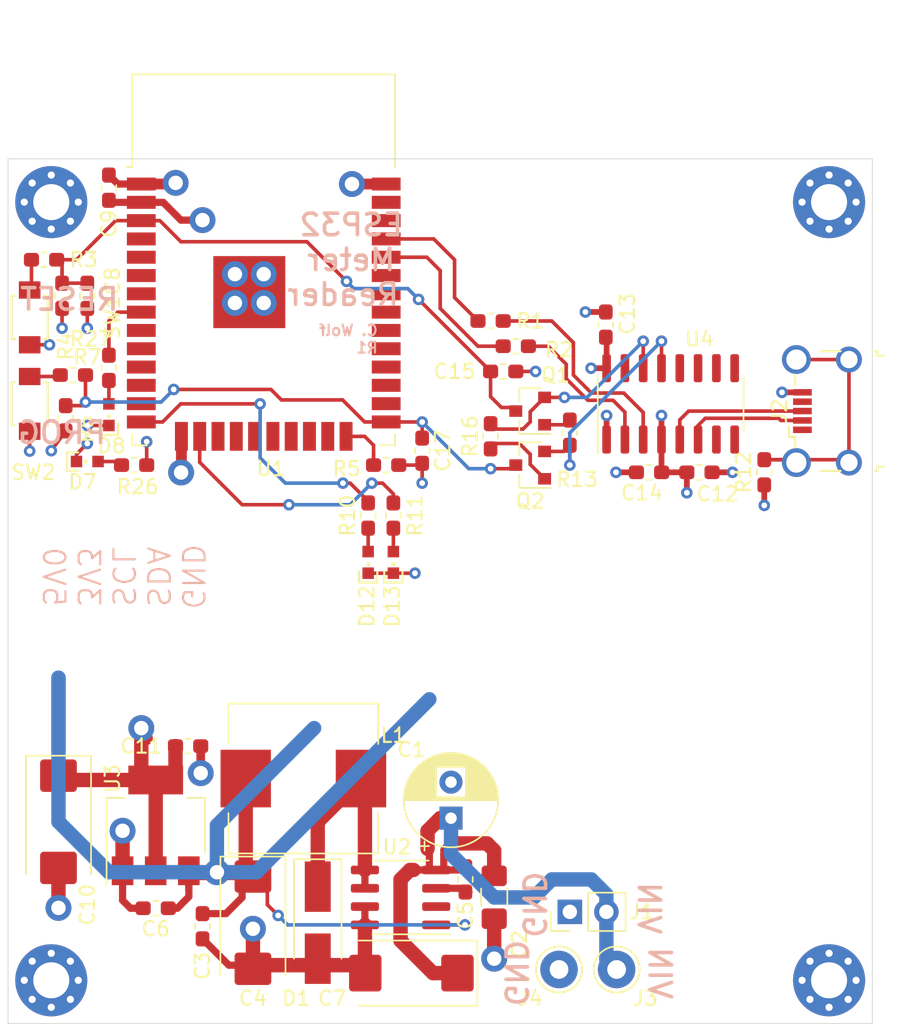
<source format=kicad_pcb>
(kicad_pcb (version 20171130) (host pcbnew "(5.1.6)-1")
  (layers (0 F.Cu signal) (1 In1.Cu signal hide) (2 In2.Cu signal hide) (31 B.Cu signal) (34 B.Paste user hide) (35 F.Paste user hide) (36 B.SilkS user) (37 F.SilkS user) (38 B.Mask user hide) (39 F.Mask user hide) (44 Edge.Cuts user))
  (net 0 "")
  (net 1 GND)
  (net 2 VCC)
  (net 3 +5V)
  (net 4 "Net-(C5-Pad2)")
  (net 5 /RESET)
  (net 6 +3V3)
  (net 7 "Net-(D1-Pad1)")
  (net 8 /TXD)
  (net 9 /RXD)
  (net 10 "Net-(J2-Pad2)")
  (net 11 "Net-(R1-Pad2)")
  (net 12 "Net-(R2-Pad2)")
  (net 13 "Net-(R3-Pad1)")
  (net 14 "Net-(R5-Pad2)")
  (net 15 /PROG)
  (net 16 "Net-(R7-Pad1)")
  (net 17 "Net-(U1-Pad32)")
  (net 18 "Net-(U1-Pad22)")
  (net 19 "Net-(U1-Pad21)")
  (net 20 "Net-(U1-Pad20)")
  (net 21 "Net-(U1-Pad19)")
  (net 22 "Net-(U1-Pad18)")
  (net 23 "Net-(U1-Pad17)")
  (net 24 "Net-(U1-Pad13)")
  (net 25 "Net-(U1-Pad9)")
  (net 26 "Net-(U1-Pad7)")
  (net 27 "Net-(U1-Pad6)")
  (net 28 "Net-(U1-Pad5)")
  (net 29 "Net-(U1-Pad4)")
  (net 30 "Net-(U2-Pad2)")
  (net 31 "Net-(J2-Pad3)")
  (net 32 "Net-(R10-Pad2)")
  (net 33 "Net-(R11-Pad2)")
  (net 34 "Net-(D7-Pad2)")
  (net 35 "Net-(D8-Pad2)")
  (net 36 "Net-(R27-Pad2)")
  (net 37 "Net-(U1-Pad37)")
  (net 38 "Net-(D12-Pad2)")
  (net 39 "Net-(D13-Pad2)")
  (net 40 "Net-(J2-Pad1)")
  (net 41 "Net-(J2-Pad4)")
  (net 42 "Net-(J2-Pad6)")
  (net 43 "Net-(Q1-Pad2)")
  (net 44 "Net-(Q1-Pad1)")
  (net 45 "Net-(Q2-Pad2)")
  (net 46 "Net-(Q2-Pad1)")
  (net 47 "Net-(U4-Pad15)")
  (net 48 "Net-(U4-Pad12)")
  (net 49 "Net-(U4-Pad11)")
  (net 50 "Net-(U4-Pad10)")
  (net 51 "Net-(U4-Pad9)")
  (net 52 "Net-(U4-Pad8)")
  (net 53 "Net-(U4-Pad7)")
  (net 54 "Net-(U1-Pad36)")
  (net 55 "Net-(U1-Pad33)")
  (net 56 "Net-(U1-Pad31)")
  (net 57 "Net-(U1-Pad30)")
  (net 58 "Net-(U1-Pad29)")
  (net 59 "Net-(U1-Pad28)")
  (net 60 "Net-(U1-Pad27)")
  (net 61 "Net-(U1-Pad26)")
  (net 62 "Net-(U1-Pad23)")
  (net 63 "Net-(U1-Pad12)")
  (net 64 "Net-(U1-Pad11)")
  (net 65 "Net-(U1-Pad10)")
  (module Capacitor_SMD:C_0603_1608Metric_Pad1.05x0.95mm_HandSolder (layer F.Cu) (at 28.75 20.25 270)
    (fp_text reference C17 (at 0 -1.43 90) (layer F.SilkS))
    (fp_text value DNP)
    (pad 2 smd roundrect (at 0.875 0 270) (size 1.05 0.95) (layers F.Cu F.Paste F.Mask) (net 1 GND))
    (pad 1 smd roundrect (at -0.875 0 270) (size 1.05 0.95) (layers F.Cu F.Paste F.Mask) (net 15 /PROG))
  )
  (module Capacitor_SMD:C_0603_1608Metric_Pad1.05x0.95mm_HandSolder (layer F.Cu) (at 34.375 14.75)
    (fp_text reference C15 (at -3.375 0) (layer F.SilkS))
    (fp_text value DNP)
    (pad 2 smd roundrect (at 0.875 0) (size 1.05 0.95) (layers F.Cu F.Paste F.Mask) (net 1 GND))
    (pad 1 smd roundrect (at -0.875 0) (size 1.05 0.95) (layers F.Cu F.Paste F.Mask) (net 5 /RESET))
  )
  (module Package_TO_SOT_SMD:SOT-23 (layer F.Cu) (at 36.25 21.25 180)
    (fp_text reference Q2 (at 0 -2.5) (layer F.SilkS))
    (fp_text value BC817)
    (pad 3 smd rect (at 1 0 180) (size 0.9 0.8) (layers F.Cu F.Paste F.Mask) (net 15 /PROG))
    (pad 2 smd rect (at -1 0.95 180) (size 0.9 0.8) (layers F.Cu F.Paste F.Mask) (net 45 "Net-(Q2-Pad2)"))
    (pad 1 smd rect (at -1 -0.95 180) (size 0.9 0.8) (layers F.Cu F.Paste F.Mask) (net 46 "Net-(Q2-Pad1)"))
  )
  (module Package_TO_SOT_SMD:SOT-23 (layer F.Cu) (at 36.25 17.5 180)
    (fp_text reference Q1 (at -1.75 2.5) (layer F.SilkS))
    (fp_text value BC817)
    (pad 3 smd rect (at 1 0 180) (size 0.9 0.8) (layers F.Cu F.Paste F.Mask) (net 5 /RESET))
    (pad 2 smd rect (at -1 0.95 180) (size 0.9 0.8) (layers F.Cu F.Paste F.Mask) (net 43 "Net-(Q1-Pad2)"))
    (pad 1 smd rect (at -1 -0.95 180) (size 0.9 0.8) (layers F.Cu F.Paste F.Mask) (net 44 "Net-(Q1-Pad1)"))
  )
  (module Package_SO:SOIC-16_3.9x9.9mm_P1.27mm (layer F.Cu) (at 46 17 90)
    (fp_text reference U4 (at 4.5 2 180) (layer F.SilkS))
    (fp_text value CH340C)
    (pad 16 smd roundrect (at 2.475 -4.445 90) (size 1.95 0.6) (layers F.Cu F.Paste F.Mask) (net 6 +3V3))
    (pad 15 smd roundrect (at 2.475 -3.175 90) (size 1.95 0.6) (layers F.Cu F.Paste F.Mask) (net 47 "Net-(U4-Pad15)"))
    (pad 14 smd roundrect (at 2.475 -1.905 90) (size 1.95 0.6) (layers F.Cu F.Paste F.Mask) (net 43 "Net-(Q1-Pad2)"))
    (pad 13 smd roundrect (at 2.475 -0.635 90) (size 1.95 0.6) (layers F.Cu F.Paste F.Mask) (net 45 "Net-(Q2-Pad2)"))
    (pad 12 smd roundrect (at 2.475 0.635 90) (size 1.95 0.6) (layers F.Cu F.Paste F.Mask) (net 48 "Net-(U4-Pad12)"))
    (pad 11 smd roundrect (at 2.475 1.905 90) (size 1.95 0.6) (layers F.Cu F.Paste F.Mask) (net 49 "Net-(U4-Pad11)"))
    (pad 10 smd roundrect (at 2.475 3.175 90) (size 1.95 0.6) (layers F.Cu F.Paste F.Mask) (net 50 "Net-(U4-Pad10)"))
    (pad 9 smd roundrect (at 2.475 4.445 90) (size 1.95 0.6) (layers F.Cu F.Paste F.Mask) (net 51 "Net-(U4-Pad9)"))
    (pad 8 smd roundrect (at -2.475 4.445 90) (size 1.95 0.6) (layers F.Cu F.Paste F.Mask) (net 52 "Net-(U4-Pad8)"))
    (pad 7 smd roundrect (at -2.475 3.175 90) (size 1.95 0.6) (layers F.Cu F.Paste F.Mask) (net 53 "Net-(U4-Pad7)"))
    (pad 6 smd roundrect (at -2.475 1.905 90) (size 1.95 0.6) (layers F.Cu F.Paste F.Mask) (net 10 "Net-(J2-Pad2)"))
    (pad 5 smd roundrect (at -2.475 0.635 90) (size 1.95 0.6) (layers F.Cu F.Paste F.Mask) (net 31 "Net-(J2-Pad3)"))
    (pad 4 smd roundrect (at -2.475 -0.635 90) (size 1.95 0.6) (layers F.Cu F.Paste F.Mask) (net 6 +3V3))
    (pad 3 smd roundrect (at -2.475 -1.905 90) (size 1.95 0.6) (layers F.Cu F.Paste F.Mask) (net 8 /TXD))
    (pad 2 smd roundrect (at -2.475 -3.175 90) (size 1.95 0.6) (layers F.Cu F.Paste F.Mask) (net 9 /RXD))
    (pad 1 smd roundrect (at -2.475 -4.445 90) (size 1.95 0.6) (layers F.Cu F.Paste F.Mask) (net 1 GND))
  )
  (module Resistor_SMD:R_0603_1608Metric_Pad1.05x0.95mm_HandSolder (layer F.Cu) (at 33.5 19.25 90)
    (fp_text reference R16 (at 0 -1.43 90) (layer F.SilkS))
    (fp_text value 10K)
    (pad 2 smd roundrect (at 0.875 0 90) (size 1.05 0.95) (layers F.Cu F.Paste F.Mask) (net 43 "Net-(Q1-Pad2)"))
    (pad 1 smd roundrect (at -0.875 0 90) (size 1.05 0.95) (layers F.Cu F.Paste F.Mask) (net 46 "Net-(Q2-Pad1)"))
  )
  (module Resistor_SMD:R_0603_1608Metric_Pad1.05x0.95mm_HandSolder (layer F.Cu) (at 39 19 270)
    (fp_text reference R13 (at 3.25 -0.5 180) (layer F.SilkS))
    (fp_text value 10K)
    (pad 2 smd roundrect (at 0.875 0 270) (size 1.05 0.95) (layers F.Cu F.Paste F.Mask) (net 45 "Net-(Q2-Pad2)"))
    (pad 1 smd roundrect (at -0.875 0 270) (size 1.05 0.95) (layers F.Cu F.Paste F.Mask) (net 44 "Net-(Q1-Pad1)"))
  )
  (module Resistor_SMD:R_0603_1608Metric_Pad1.05x0.95mm_HandSolder (layer F.Cu) (at 52.5 21.75 90)
    (fp_text reference R12 (at 0 -1.43 90) (layer F.SilkS))
    (fp_text value 100R)
    (pad 2 smd roundrect (at 0.875 0 90) (size 1.05 0.95) (layers F.Cu F.Paste F.Mask) (net 42 "Net-(J2-Pad6)"))
    (pad 1 smd roundrect (at -0.875 0 90) (size 1.05 0.95) (layers F.Cu F.Paste F.Mask) (net 1 GND))
  )
  (module custom:USB_Micro-B_XKB_U254-051N-4BH806 (layer F.Cu) (at 56.25 17.5 90)
    (fp_text reference J2 (at 0 -2.7 90) (layer F.SilkS))
    (fp_text value USB_B_Micro)
    (pad 1 smd rect (at -1.3 -1.1 90) (size 0.45 1.3) (layers F.Cu F.Paste F.Mask) (net 40 "Net-(J2-Pad1)"))
    (pad 2 smd rect (at -0.65 -1.1 90) (size 0.45 1.3) (layers F.Cu F.Paste F.Mask) (net 10 "Net-(J2-Pad2)"))
    (pad 3 smd rect (at 0 -1.1 90) (size 0.45 1.3) (layers F.Cu F.Paste F.Mask) (net 31 "Net-(J2-Pad3)"))
    (pad 4 smd rect (at 0.65 -1.1 90) (size 0.45 1.3) (layers F.Cu F.Paste F.Mask) (net 41 "Net-(J2-Pad4)"))
    (pad 5 smd rect (at 1.3 -1.1 90) (size 0.45 1.3) (layers F.Cu F.Paste F.Mask) (net 1 GND))
    (pad 6 thru_hole circle (at -3.575 -1.52 90) (size 2 2) (drill 1.4) (layers *.Cu *.Mask) (net 42 "Net-(J2-Pad6)"))
    (pad 6 thru_hole circle (at 3.575 -1.52 90) (size 2 2) (drill 1.4) (layers *.Cu *.Mask) (net 42 "Net-(J2-Pad6)"))
    (pad 6 thru_hole circle (at -3.575 2.13 90) (size 1.8 1.8) (drill 1.2) (layers *.Cu *.Mask) (net 42 "Net-(J2-Pad6)"))
    (pad 6 thru_hole circle (at 3.575 2.13 90) (size 1.8 1.8) (drill 1.2) (layers *.Cu *.Mask) (net 42 "Net-(J2-Pad6)"))
    (pad "" np_thru_hole circle (at -2 0 90) (size 0.8 0.8) (drill 0.8) (layers *.Cu *.Mask))
    (pad "" np_thru_hole circle (at 2 0 90) (size 0.8 0.8) (drill 0.8) (layers *.Cu *.Mask))
  )
  (module Capacitor_SMD:C_0603_1608Metric_Pad1.05x0.95mm_HandSolder (layer F.Cu) (at 44.5 21.75 180)
    (fp_text reference C14 (at 0.5 -1.43) (layer F.SilkS))
    (fp_text value "10 uF")
    (pad 2 smd roundrect (at 0.875 0 180) (size 1.05 0.95) (layers F.Cu F.Paste F.Mask) (net 1 GND))
    (pad 1 smd roundrect (at -0.875 0 180) (size 1.05 0.95) (layers F.Cu F.Paste F.Mask) (net 6 +3V3))
  )
  (module Capacitor_SMD:C_0603_1608Metric_Pad1.05x0.95mm_HandSolder (layer F.Cu) (at 41.5 11.5 90)
    (fp_text reference C13 (at 0.75 1.5 90) (layer F.SilkS))
    (fp_text value "0.1 uF")
    (pad 2 smd roundrect (at 0.875 0 90) (size 1.05 0.95) (layers F.Cu F.Paste F.Mask) (net 1 GND))
    (pad 1 smd roundrect (at -0.875 0 90) (size 1.05 0.95) (layers F.Cu F.Paste F.Mask) (net 6 +3V3))
  )
  (module Capacitor_SMD:C_0603_1608Metric_Pad1.05x0.95mm_HandSolder (layer F.Cu) (at 48 21.75)
    (fp_text reference C12 (at 1.25 1.5) (layer F.SilkS))
    (fp_text value "0.1 uF")
    (pad 2 smd roundrect (at 0.875 0) (size 1.05 0.95) (layers F.Cu F.Paste F.Mask) (net 1 GND))
    (pad 1 smd roundrect (at -0.875 0) (size 1.05 0.95) (layers F.Cu F.Paste F.Mask) (net 6 +3V3))
  )
  (module Connector_PinHeader_2.54mm:PinHeader_1x02_P2.54mm_Vertical (layer F.Cu) (at 39 52.25 90)
    (fp_text reference J1 (at 0 5 180) (layer F.SilkS))
    (fp_text value Conn_01x02)
    (pad 2 thru_hole oval (at 0 2.54 90) (size 1.7 1.7) (drill 1) (layers *.Cu *.Mask) (net 2 VCC))
    (pad 1 thru_hole rect (at 0 0 90) (size 1.7 1.7) (drill 1) (layers *.Cu *.Mask) (net 1 GND))
  )
  (module Inductor_SMD:L_Wuerth_HCI-1040 (layer F.Cu) (at 20.5 43 180)
    (fp_text reference L1 (at -6.25 3 180) (layer F.SilkS))
    (fp_text value 47uH/3A)
    (pad 2 smd rect (at 4 0 180) (size 3.5 4) (layers F.Cu F.Paste F.Mask) (net 3 +5V))
    (pad 1 smd rect (at -4 0 180) (size 3.5 4) (layers F.Cu F.Paste F.Mask) (net 7 "Net-(D1-Pad1)"))
  )
  (module RF_Module:ESP32-WROOM-32 (layer F.Cu) (at 17.75 10)
    (fp_text reference U1 (at 0.5 11.5 180) (layer F.SilkS))
    (fp_text value ESP32-WROOM-32D)
    (pad 38 smd rect (at 8.5 -8.255) (size 2 0.9) (layers F.Cu F.Paste F.Mask) (net 1 GND))
    (pad 37 smd rect (at 8.5 -6.985) (size 2 0.9) (layers F.Cu F.Paste F.Mask) (net 37 "Net-(U1-Pad37)"))
    (pad 36 smd rect (at 8.5 -5.715) (size 2 0.9) (layers F.Cu F.Paste F.Mask) (net 54 "Net-(U1-Pad36)"))
    (pad 35 smd rect (at 8.5 -4.445) (size 2 0.9) (layers F.Cu F.Paste F.Mask) (net 11 "Net-(R1-Pad2)"))
    (pad 34 smd rect (at 8.5 -3.175) (size 2 0.9) (layers F.Cu F.Paste F.Mask) (net 12 "Net-(R2-Pad2)"))
    (pad 33 smd rect (at 8.5 -1.905) (size 2 0.9) (layers F.Cu F.Paste F.Mask) (net 55 "Net-(U1-Pad33)"))
    (pad 32 smd rect (at 8.5 -0.635) (size 2 0.9) (layers F.Cu F.Paste F.Mask) (net 17 "Net-(U1-Pad32)"))
    (pad 31 smd rect (at 8.5 0.635) (size 2 0.9) (layers F.Cu F.Paste F.Mask) (net 56 "Net-(U1-Pad31)"))
    (pad 30 smd rect (at 8.5 1.905) (size 2 0.9) (layers F.Cu F.Paste F.Mask) (net 57 "Net-(U1-Pad30)"))
    (pad 29 smd rect (at 8.5 3.175) (size 2 0.9) (layers F.Cu F.Paste F.Mask) (net 58 "Net-(U1-Pad29)"))
    (pad 28 smd rect (at 8.5 4.445) (size 2 0.9) (layers F.Cu F.Paste F.Mask) (net 59 "Net-(U1-Pad28)"))
    (pad 27 smd rect (at 8.5 5.715) (size 2 0.9) (layers F.Cu F.Paste F.Mask) (net 60 "Net-(U1-Pad27)"))
    (pad 26 smd rect (at 8.5 6.985) (size 2 0.9) (layers F.Cu F.Paste F.Mask) (net 61 "Net-(U1-Pad26)"))
    (pad 25 smd rect (at 8.5 8.255) (size 2 0.9) (layers F.Cu F.Paste F.Mask) (net 15 /PROG))
    (pad 24 smd rect (at 5.715 9.255 90) (size 2 0.9) (layers F.Cu F.Paste F.Mask) (net 14 "Net-(R5-Pad2)"))
    (pad 23 smd rect (at 4.445 9.255 90) (size 2 0.9) (layers F.Cu F.Paste F.Mask) (net 62 "Net-(U1-Pad23)"))
    (pad 22 smd rect (at 3.175 9.255 90) (size 2 0.9) (layers F.Cu F.Paste F.Mask) (net 18 "Net-(U1-Pad22)"))
    (pad 21 smd rect (at 1.905 9.255 90) (size 2 0.9) (layers F.Cu F.Paste F.Mask) (net 19 "Net-(U1-Pad21)"))
    (pad 20 smd rect (at 0.635 9.255 90) (size 2 0.9) (layers F.Cu F.Paste F.Mask) (net 20 "Net-(U1-Pad20)"))
    (pad 19 smd rect (at -0.635 9.255 90) (size 2 0.9) (layers F.Cu F.Paste F.Mask) (net 21 "Net-(U1-Pad19)"))
    (pad 18 smd rect (at -1.905 9.255 90) (size 2 0.9) (layers F.Cu F.Paste F.Mask) (net 22 "Net-(U1-Pad18)"))
    (pad 17 smd rect (at -3.175 9.255 90) (size 2 0.9) (layers F.Cu F.Paste F.Mask) (net 23 "Net-(U1-Pad17)"))
    (pad 16 smd rect (at -4.445 9.255 90) (size 2 0.9) (layers F.Cu F.Paste F.Mask) (net 33 "Net-(R11-Pad2)"))
    (pad 15 smd rect (at -5.715 9.255 90) (size 2 0.9) (layers F.Cu F.Paste F.Mask) (net 1 GND))
    (pad 14 smd rect (at -8.5 8.255) (size 2 0.9) (layers F.Cu F.Paste F.Mask) (net 32 "Net-(R10-Pad2)"))
    (pad 13 smd rect (at -8.5 6.985) (size 2 0.9) (layers F.Cu F.Paste F.Mask) (net 24 "Net-(U1-Pad13)"))
    (pad 12 smd rect (at -8.5 5.715) (size 2 0.9) (layers F.Cu F.Paste F.Mask) (net 63 "Net-(U1-Pad12)"))
    (pad 11 smd rect (at -8.5 4.445) (size 2 0.9) (layers F.Cu F.Paste F.Mask) (net 64 "Net-(U1-Pad11)"))
    (pad 10 smd rect (at -8.5 3.175) (size 2 0.9) (layers F.Cu F.Paste F.Mask) (net 65 "Net-(U1-Pad10)"))
    (pad 9 smd rect (at -8.5 1.905) (size 2 0.9) (layers F.Cu F.Paste F.Mask) (net 25 "Net-(U1-Pad9)"))
    (pad 8 smd rect (at -8.5 0.635) (size 2 0.9) (layers F.Cu F.Paste F.Mask) (net 36 "Net-(R27-Pad2)"))
    (pad 7 smd rect (at -8.5 -0.635) (size 2 0.9) (layers F.Cu F.Paste F.Mask) (net 26 "Net-(U1-Pad7)"))
    (pad 6 smd rect (at -8.5 -1.905) (size 2 0.9) (layers F.Cu F.Paste F.Mask) (net 27 "Net-(U1-Pad6)"))
    (pad 5 smd rect (at -8.5 -3.175) (size 2 0.9) (layers F.Cu F.Paste F.Mask) (net 28 "Net-(U1-Pad5)"))
    (pad 4 smd rect (at -8.5 -4.445) (size 2 0.9) (layers F.Cu F.Paste F.Mask) (net 29 "Net-(U1-Pad4)"))
    (pad 3 smd rect (at -8.5 -5.715) (size 2 0.9) (layers F.Cu F.Paste F.Mask) (net 5 /RESET))
    (pad 2 smd rect (at -8.5 -6.985) (size 2 0.9) (layers F.Cu F.Paste F.Mask) (net 6 +3V3))
    (pad 1 smd rect (at -8.5 -8.255) (size 2 0.9) (layers F.Cu F.Paste F.Mask) (net 1 GND))
    (pad 39 smd rect (at -1 -0.755) (size 5 5) (layers F.Cu F.Paste F.Mask) (net 1 GND))
  )
  (module Diode_SMD:D_SMA_Handsoldering (layer F.Cu) (at 21.5 53 270)
    (fp_text reference D1 (at 5.25 1.5) (layer F.SilkS))
    (fp_text value SS36)
    (pad 2 smd rect (at 2.5 0 270) (size 3.5 1.8) (layers F.Cu F.Paste F.Mask) (net 1 GND))
    (pad 1 smd rect (at -2.5 0 270) (size 3.5 1.8) (layers F.Cu F.Paste F.Mask) (net 7 "Net-(D1-Pad1)"))
  )
  (module Connector_Pin:Pin_D1.3mm_L11.0mm (layer F.Cu) (at 38.25 56.25)
    (fp_text reference J4 (at -2 2) (layer F.SilkS))
    (fp_text value Conn_01x01)
    (pad 1 thru_hole circle (at 0 0) (size 2.6 2.6) (drill 1.3) (layers *.Cu *.Mask) (net 1 GND))
  )
  (module Resistor_SMD:R_0603_1608Metric_Pad1.05x0.95mm_HandSolder (layer F.Cu) (at 2.5 7)
    (fp_text reference R3 (at 2.75 0) (layer F.SilkS))
    (fp_text value 470R)
    (pad 2 smd roundrect (at 0.875 0) (size 1.05 0.95) (layers F.Cu F.Paste F.Mask) (net 5 /RESET))
    (pad 1 smd roundrect (at -0.875 0) (size 1.05 0.95) (layers F.Cu F.Paste F.Mask) (net 13 "Net-(R3-Pad1)"))
  )
  (module Resistor_SMD:R_0603_1608Metric_Pad1.05x0.95mm_HandSolder (layer F.Cu) (at 4.5 15)
    (fp_text reference R7 (at 1 -1.25) (layer F.SilkS))
    (fp_text value 470R)
    (pad 2 smd roundrect (at 0.875 0) (size 1.05 0.95) (layers F.Cu F.Paste F.Mask) (net 15 /PROG))
    (pad 1 smd roundrect (at -0.875 0) (size 1.05 0.95) (layers F.Cu F.Paste F.Mask) (net 16 "Net-(R7-Pad1)"))
  )
  (module Capacitor_SMD:C_0603_1608Metric_Pad1.05x0.95mm_HandSolder (layer F.Cu) (at 31.75 50 270)
    (fp_text reference C5 (at 2.5 0 90) (layer F.SilkS))
    (fp_text value "1 uF")
    (pad 2 smd roundrect (at 0.875 0 270) (size 1.05 0.95) (layers F.Cu F.Paste F.Mask) (net 4 "Net-(C5-Pad2)"))
    (pad 1 smd roundrect (at -0.875 0 270) (size 1.05 0.95) (layers F.Cu F.Paste F.Mask) (net 2 VCC))
  )
  (module Capacitor_SMD:C_0603_1608Metric_Pad1.05x0.95mm_HandSolder (layer F.Cu) (at 10.25 52 180)
    (fp_text reference C6 (at 0 -1.43) (layer F.SilkS))
    (fp_text value "1 uF")
    (pad 2 smd roundrect (at 0.875 0 180) (size 1.05 0.95) (layers F.Cu F.Paste F.Mask) (net 1 GND))
    (pad 1 smd roundrect (at -0.875 0 180) (size 1.05 0.95) (layers F.Cu F.Paste F.Mask) (net 3 +5V))
  )
  (module Resistor_SMD:R_0603_1608Metric_Pad1.05x0.95mm_HandSolder (layer F.Cu) (at 7 14.5 90)
    (fp_text reference R27 (at 2 -1.25 180) (layer F.SilkS))
    (fp_text value 1K)
    (pad 2 smd roundrect (at 0.875 0 90) (size 1.05 0.95) (layers F.Cu F.Paste F.Mask) (net 36 "Net-(R27-Pad2)"))
    (pad 1 smd roundrect (at -0.875 0 90) (size 1.05 0.95) (layers F.Cu F.Paste F.Mask) (net 35 "Net-(D8-Pad2)"))
  )
  (module Package_TO_SOT_SMD:SOT-223-3_TabPin2 (layer F.Cu) (at 10.25 46.25 90)
    (fp_text reference U3 (at 3.25 -3 90) (layer F.SilkS))
    (fp_text value AMS1117-3.3)
    (pad 1 smd rect (at -3.15 -2.3 90) (size 2 1.5) (layers F.Cu F.Paste F.Mask) (net 1 GND))
    (pad 3 smd rect (at -3.15 2.3 90) (size 2 1.5) (layers F.Cu F.Paste F.Mask) (net 3 +5V))
    (pad 2 smd rect (at -3.15 0 90) (size 2 1.5) (layers F.Cu F.Paste F.Mask) (net 6 +3V3))
    (pad 2 smd rect (at 3.15 0 90) (size 2 3.8) (layers F.Cu F.Paste F.Mask) (net 6 +3V3))
  )
  (module Capacitor_SMD:C_0603_1608Metric_Pad1.05x0.95mm_HandSolder (layer F.Cu) (at 5.5 9.5 270)
    (fp_text reference C8 (at -1 -1.75 90) (layer F.SilkS))
    (fp_text value "0.1 uF")
    (pad 2 smd roundrect (at 0.875 0 270) (size 1.05 0.95) (layers F.Cu F.Paste F.Mask) (net 1 GND))
    (pad 1 smd roundrect (at -0.875 0 270) (size 1.05 0.95) (layers F.Cu F.Paste F.Mask) (net 5 /RESET))
  )
  (module Capacitor_SMD:C_0603_1608Metric_Pad1.05x0.95mm_HandSolder (layer F.Cu) (at 7 2 90)
    (fp_text reference C9 (at -2.5 0 90) (layer F.SilkS))
    (fp_text value "1 uF")
    (pad 2 smd roundrect (at 0.875 0 90) (size 1.05 0.95) (layers F.Cu F.Paste F.Mask) (net 1 GND))
    (pad 1 smd roundrect (at -0.875 0 90) (size 1.05 0.95) (layers F.Cu F.Paste F.Mask) (net 6 +3V3))
  )
  (module Capacitor_Tantalum_SMD:CP_EIA-7343-20_Kemet-V_Pad2.25x2.55mm_HandSolder (layer F.Cu) (at 3.5 46 270)
    (fp_text reference C10 (at 5.75 -2 90) (layer F.SilkS))
    (fp_text value 100uF)
    (pad 2 smd roundrect (at 3.2 0 270) (size 2.25 2.55) (layers F.Cu F.Paste F.Mask) (roundrect_rratio 0.111111) (net 1 GND))
    (pad 1 smd roundrect (at -3.2 0 270) (size 2.25 2.55) (layers F.Cu F.Paste F.Mask) (roundrect_rratio 0.111111) (net 6 +3V3))
  )
  (module Capacitor_Tantalum_SMD:CP_EIA-7343-20_Kemet-V_Pad2.25x2.55mm_HandSolder (layer F.Cu) (at 28 56.5 180)
    (fp_text reference C7 (at 5.5 -1.75) (layer F.SilkS))
    (fp_text value 47uF)
    (pad 2 smd roundrect (at 3.2 0 180) (size 2.25 2.55) (layers F.Cu F.Paste F.Mask) (roundrect_rratio 0.111111) (net 1 GND))
    (pad 1 smd roundrect (at -3.2 0 180) (size 2.25 2.55) (layers F.Cu F.Paste F.Mask) (roundrect_rratio 0.111111) (net 2 VCC))
  )
  (module Resistor_SMD:R_0603_1608Metric_Pad1.05x0.95mm_HandSolder (layer F.Cu) (at 8.75 21.25)
    (fp_text reference R26 (at 0.25 1.5) (layer F.SilkS))
    (fp_text value 1K)
    (pad 2 smd roundrect (at 0.875 0) (size 1.05 0.95) (layers F.Cu F.Paste F.Mask) (net 6 +3V3))
    (pad 1 smd roundrect (at -0.875 0) (size 1.05 0.95) (layers F.Cu F.Paste F.Mask) (net 34 "Net-(D7-Pad2)"))
  )
  (module Capacitor_Tantalum_SMD:CP_EIA-7343-20_Kemet-V_Pad2.25x2.55mm_HandSolder (layer F.Cu) (at 17 53 270)
    (fp_text reference C4 (at 5.25 0 180) (layer F.SilkS))
    (fp_text value 100uF)
    (pad 2 smd roundrect (at 3.2 0 270) (size 2.25 2.55) (layers F.Cu F.Paste F.Mask) (roundrect_rratio 0.111111) (net 1 GND))
    (pad 1 smd roundrect (at -3.2 0 270) (size 2.25 2.55) (layers F.Cu F.Paste F.Mask) (roundrect_rratio 0.111111) (net 3 +5V))
  )
  (module custom:K2-1823SA-A4DW-06 (layer F.Cu) (at 1.5 17 270)
    (fp_text reference SW2 (at 4.75 -0.25 180) (layer F.SilkS))
    (fp_text value SW_Push)
    (pad 2 smd rect (at 1.9 0 270) (size 1.2 1.5) (layers F.Cu F.Paste F.Mask) (net 1 GND))
    (pad 1 smd rect (at -1.9 0 270) (size 1.2 1.5) (layers F.Cu F.Paste F.Mask) (net 16 "Net-(R7-Pad1)"))
    (pad "" np_thru_hole circle (at 0 0 270) (size 0.7 0.7) (drill 0.7) (layers *.Cu *.Mask))
  )
  (module MountingHole:MountingHole_2.5mm_Pad_Via (layer F.Cu) (at 3 57)
    (fp_text reference H2 hide)
    (fp_text value MountingHole)
    (pad 1 thru_hole circle (at 1.325825 -1.325825) (size 0.8 0.8) (drill 0.5) (layers *.Cu *.Mask))
    (pad 1 thru_hole circle (at 0 -1.875) (size 0.8 0.8) (drill 0.5) (layers *.Cu *.Mask))
    (pad 1 thru_hole circle (at -1.325825 -1.325825) (size 0.8 0.8) (drill 0.5) (layers *.Cu *.Mask))
    (pad 1 thru_hole circle (at -1.875 0) (size 0.8 0.8) (drill 0.5) (layers *.Cu *.Mask))
    (pad 1 thru_hole circle (at -1.325825 1.325825) (size 0.8 0.8) (drill 0.5) (layers *.Cu *.Mask))
    (pad 1 thru_hole circle (at 0 1.875) (size 0.8 0.8) (drill 0.5) (layers *.Cu *.Mask))
    (pad 1 thru_hole circle (at 1.325825 1.325825) (size 0.8 0.8) (drill 0.5) (layers *.Cu *.Mask))
    (pad 1 thru_hole circle (at 1.875 0) (size 0.8 0.8) (drill 0.5) (layers *.Cu *.Mask))
    (pad 1 thru_hole circle (at 0 0) (size 5 5) (drill 2.5) (layers *.Cu *.Mask))
  )
  (module Package_SO:SOIC-8_3.9x4.9mm_P1.27mm (layer F.Cu) (at 27.25 51.25 180)
    (fp_text reference U2 (at 0.25 3.5) (layer F.SilkS))
    (fp_text value XL2001)
    (pad 8 smd roundrect (at 2.475 -1.905 180) (size 1.95 0.6) (layers F.Cu F.Paste F.Mask) (net 1 GND))
    (pad 7 smd roundrect (at 2.475 -0.635 180) (size 1.95 0.6) (layers F.Cu F.Paste F.Mask) (net 1 GND))
    (pad 6 smd roundrect (at 2.475 0.635 180) (size 1.95 0.6) (layers F.Cu F.Paste F.Mask) (net 7 "Net-(D1-Pad1)"))
    (pad 5 smd roundrect (at 2.475 1.905 180) (size 1.95 0.6) (layers F.Cu F.Paste F.Mask) (net 7 "Net-(D1-Pad1)"))
    (pad 4 smd roundrect (at -2.475 1.905 180) (size 1.95 0.6) (layers F.Cu F.Paste F.Mask) (net 2 VCC))
    (pad 3 smd roundrect (at -2.475 0.635 180) (size 1.95 0.6) (layers F.Cu F.Paste F.Mask) (net 4 "Net-(C5-Pad2)"))
    (pad 2 smd roundrect (at -2.475 -0.635 180) (size 1.95 0.6) (layers F.Cu F.Paste F.Mask) (net 30 "Net-(U2-Pad2)"))
    (pad 1 smd roundrect (at -2.475 -1.905 180) (size 1.95 0.6) (layers F.Cu F.Paste F.Mask) (net 3 +5V))
  )
  (module MountingHole:MountingHole_2.5mm_Pad_Via (layer F.Cu) (at 3 3)
    (fp_text reference H1 hide)
    (fp_text value MountingHole)
    (pad 1 thru_hole circle (at 1.325825 -1.325825) (size 0.8 0.8) (drill 0.5) (layers *.Cu *.Mask))
    (pad 1 thru_hole circle (at 0 -1.875) (size 0.8 0.8) (drill 0.5) (layers *.Cu *.Mask))
    (pad 1 thru_hole circle (at -1.325825 -1.325825) (size 0.8 0.8) (drill 0.5) (layers *.Cu *.Mask))
    (pad 1 thru_hole circle (at -1.875 0) (size 0.8 0.8) (drill 0.5) (layers *.Cu *.Mask))
    (pad 1 thru_hole circle (at -1.325825 1.325825) (size 0.8 0.8) (drill 0.5) (layers *.Cu *.Mask))
    (pad 1 thru_hole circle (at 0 1.875) (size 0.8 0.8) (drill 0.5) (layers *.Cu *.Mask))
    (pad 1 thru_hole circle (at 1.325825 1.325825) (size 0.8 0.8) (drill 0.5) (layers *.Cu *.Mask))
    (pad 1 thru_hole circle (at 1.875 0) (size 0.8 0.8) (drill 0.5) (layers *.Cu *.Mask))
    (pad 1 thru_hole circle (at 0 0) (size 5 5) (drill 2.5) (layers *.Cu *.Mask))
  )
  (module Capacitor_THT:CP_Radial_D6.3mm_P2.50mm (layer F.Cu) (at 30.75 45.75 90)
    (fp_text reference C1 (at 4.75 -2.75 180) (layer F.SilkS))
    (fp_text value 47uF)
    (pad 2 thru_hole circle (at 2.5 0 90) (size 1.6 1.6) (drill 0.8) (layers *.Cu *.Mask) (net 1 GND))
    (pad 1 thru_hole rect (at 0 0 90) (size 1.6 1.6) (drill 0.8) (layers *.Cu *.Mask) (net 2 VCC))
  )
  (module custom:CHIPLED_0603 (layer F.Cu) (at 5.5 21 90)
    (fp_text reference D7 (at -2 0.75 180) (layer F.SilkS) (effects (justify right bottom)))
    (fp_text value LED hide)
    (pad 2 smd rect (at 0 0.75 90) (size 0.8 0.8) (layers F.Cu F.Paste F.Mask) (net 34 "Net-(D7-Pad2)"))
    (pad 1 smd rect (at 0 -0.75 90) (size 0.8 0.8) (layers F.Cu F.Paste F.Mask) (net 1 GND))
  )
  (module Resistor_SMD:R_0603_1608Metric_Pad1.05x0.95mm_HandSolder (layer F.Cu) (at 26.25 21.25 180)
    (fp_text reference R5 (at 2.75 -0.25) (layer F.SilkS))
    (fp_text value 4.7K)
    (pad 2 smd roundrect (at 0.875 0 180) (size 1.05 0.95) (layers F.Cu F.Paste F.Mask) (net 14 "Net-(R5-Pad2)"))
    (pad 1 smd roundrect (at -0.875 0 180) (size 1.05 0.95) (layers F.Cu F.Paste F.Mask) (net 1 GND))
  )
  (module Resistor_SMD:R_0603_1608Metric_Pad1.05x0.95mm_HandSolder (layer F.Cu) (at 35.25 13 180)
    (fp_text reference R2 (at -3 -0.25) (layer F.SilkS))
    (fp_text value 470R)
    (pad 2 smd roundrect (at 0.875 0 180) (size 1.05 0.95) (layers F.Cu F.Paste F.Mask) (net 12 "Net-(R2-Pad2)"))
    (pad 1 smd roundrect (at -0.875 0 180) (size 1.05 0.95) (layers F.Cu F.Paste F.Mask) (net 9 /RXD))
  )
  (module MountingHole:MountingHole_2.5mm_Pad_Via (layer F.Cu) (at 57 3)
    (fp_text reference H3 hide)
    (fp_text value MountingHole)
    (pad 1 thru_hole circle (at 1.325825 -1.325825) (size 0.8 0.8) (drill 0.5) (layers *.Cu *.Mask))
    (pad 1 thru_hole circle (at 0 -1.875) (size 0.8 0.8) (drill 0.5) (layers *.Cu *.Mask))
    (pad 1 thru_hole circle (at -1.325825 -1.325825) (size 0.8 0.8) (drill 0.5) (layers *.Cu *.Mask))
    (pad 1 thru_hole circle (at -1.875 0) (size 0.8 0.8) (drill 0.5) (layers *.Cu *.Mask))
    (pad 1 thru_hole circle (at -1.325825 1.325825) (size 0.8 0.8) (drill 0.5) (layers *.Cu *.Mask))
    (pad 1 thru_hole circle (at 0 1.875) (size 0.8 0.8) (drill 0.5) (layers *.Cu *.Mask))
    (pad 1 thru_hole circle (at 1.325825 1.325825) (size 0.8 0.8) (drill 0.5) (layers *.Cu *.Mask))
    (pad 1 thru_hole circle (at 1.875 0) (size 0.8 0.8) (drill 0.5) (layers *.Cu *.Mask))
    (pad 1 thru_hole circle (at 0 0) (size 5 5) (drill 2.5) (layers *.Cu *.Mask))
  )
  (module MountingHole:MountingHole_2.5mm_Pad_Via (layer F.Cu) (at 57 57)
    (fp_text reference H4 hide)
    (fp_text value MountingHole)
    (pad 1 thru_hole circle (at 1.325825 -1.325825) (size 0.8 0.8) (drill 0.5) (layers *.Cu *.Mask))
    (pad 1 thru_hole circle (at 0 -1.875) (size 0.8 0.8) (drill 0.5) (layers *.Cu *.Mask))
    (pad 1 thru_hole circle (at -1.325825 -1.325825) (size 0.8 0.8) (drill 0.5) (layers *.Cu *.Mask))
    (pad 1 thru_hole circle (at -1.875 0) (size 0.8 0.8) (drill 0.5) (layers *.Cu *.Mask))
    (pad 1 thru_hole circle (at -1.325825 1.325825) (size 0.8 0.8) (drill 0.5) (layers *.Cu *.Mask))
    (pad 1 thru_hole circle (at 0 1.875) (size 0.8 0.8) (drill 0.5) (layers *.Cu *.Mask))
    (pad 1 thru_hole circle (at 1.325825 1.325825) (size 0.8 0.8) (drill 0.5) (layers *.Cu *.Mask))
    (pad 1 thru_hole circle (at 1.875 0) (size 0.8 0.8) (drill 0.5) (layers *.Cu *.Mask))
    (pad 1 thru_hole circle (at 0 0) (size 5 5) (drill 2.5) (layers *.Cu *.Mask))
  )
  (module Resistor_SMD:R_0603_1608Metric_Pad1.05x0.95mm_HandSolder (layer F.Cu) (at 3.75 9.5 270)
    (fp_text reference R4 (at 3.5 -0.25 90) (layer F.SilkS))
    (fp_text value 10K)
    (pad 2 smd roundrect (at 0.875 0 270) (size 1.05 0.95) (layers F.Cu F.Paste F.Mask) (net 6 +3V3))
    (pad 1 smd roundrect (at -0.875 0 270) (size 1.05 0.95) (layers F.Cu F.Paste F.Mask) (net 5 /RESET))
  )
  (module Connector_Pin:Pin_D1.3mm_L11.0mm (layer F.Cu) (at 42.25 56.25)
    (fp_text reference J3 (at 2 2) (layer F.SilkS))
    (fp_text value Conn_01x01)
    (pad 1 thru_hole circle (at 0 0) (size 2.6 2.6) (drill 1.3) (layers *.Cu *.Mask) (net 2 VCC))
  )
  (module custom:CHIPLED_0603 (layer F.Cu) (at 7 17.75 180)
    (fp_text reference D8 (at -1.25 -2.75) (layer F.SilkS) (effects (justify right bottom)))
    (fp_text value LED hide)
    (pad 2 smd rect (at 0 0.75 180) (size 0.8 0.8) (layers F.Cu F.Paste F.Mask) (net 35 "Net-(D8-Pad2)"))
    (pad 1 smd rect (at 0 -0.75 180) (size 0.8 0.8) (layers F.Cu F.Paste F.Mask) (net 1 GND))
  )
  (module Capacitor_SMD:C_1206_3216Metric_Pad1.42x1.75mm_HandSolder (layer F.Cu) (at 33.75 51.2375 270)
    (fp_text reference C2 (at 3.2625 -1.75 90) (layer F.SilkS))
    (fp_text value "1 uF")
    (pad 2 smd roundrect (at 1.4875 0 270) (size 1.425 1.75) (layers F.Cu F.Paste F.Mask) (roundrect_rratio 0.175439) (net 1 GND))
    (pad 1 smd roundrect (at -1.4875 0 270) (size 1.425 1.75) (layers F.Cu F.Paste F.Mask) (roundrect_rratio 0.175439) (net 2 VCC))
  )
  (module Capacitor_SMD:C_0603_1608Metric_Pad1.05x0.95mm_HandSolder (layer F.Cu) (at 12.5 40.75)
    (fp_text reference C11 (at -3.25 0) (layer F.SilkS))
    (fp_text value "10 uF")
    (pad 2 smd roundrect (at 0.875 0) (size 1.05 0.95) (layers F.Cu F.Paste F.Mask) (net 1 GND))
    (pad 1 smd roundrect (at -0.875 0) (size 1.05 0.95) (layers F.Cu F.Paste F.Mask) (net 6 +3V3))
  )
  (module Resistor_SMD:R_0603_1608Metric_Pad1.05x0.95mm_HandSolder (layer F.Cu) (at 33.5 11.25 180)
    (fp_text reference R1 (at -2.75 0) (layer F.SilkS))
    (fp_text value 470R)
    (pad 2 smd roundrect (at 0.875 0 180) (size 1.05 0.95) (layers F.Cu F.Paste F.Mask) (net 11 "Net-(R1-Pad2)"))
    (pad 1 smd roundrect (at -0.875 0 180) (size 1.05 0.95) (layers F.Cu F.Paste F.Mask) (net 8 /TXD))
  )
  (module Capacitor_SMD:C_0603_1608Metric_Pad1.05x0.95mm_HandSolder (layer F.Cu) (at 13.5 53.25 270)
    (fp_text reference C3 (at 2.75 0 90) (layer F.SilkS))
    (fp_text value "1 uF")
    (pad 2 smd roundrect (at 0.875 0 270) (size 1.05 0.95) (layers F.Cu F.Paste F.Mask) (net 1 GND))
    (pad 1 smd roundrect (at -0.875 0 270) (size 1.05 0.95) (layers F.Cu F.Paste F.Mask) (net 3 +5V))
  )
  (module Resistor_SMD:R_0603_1608Metric_Pad1.05x0.95mm_HandSolder (layer F.Cu) (at 4 18 270)
    (fp_text reference R6 (at 0.75 -1.43 90) (layer F.SilkS))
    (fp_text value 4.7K)
    (pad 2 smd roundrect (at 0.875 0 270) (size 1.05 0.95) (layers F.Cu F.Paste F.Mask) (net 6 +3V3))
    (pad 1 smd roundrect (at -0.875 0 270) (size 1.05 0.95) (layers F.Cu F.Paste F.Mask) (net 15 /PROG))
  )
  (module custom:K2-1823SA-A4DW-06 (layer F.Cu) (at 1.5 11 270)
    (fp_text reference SW1 (at 0 -5.75 270) (layer F.SilkS))
    (fp_text value SW_Push)
    (pad 2 smd rect (at 1.9 0 270) (size 1.2 1.5) (layers F.Cu F.Paste F.Mask) (net 1 GND))
    (pad 1 smd rect (at -1.9 0 270) (size 1.2 1.5) (layers F.Cu F.Paste F.Mask) (net 13 "Net-(R3-Pad1)"))
    (pad "" np_thru_hole circle (at 0 0 270) (size 0.7 0.7) (drill 0.7) (layers *.Cu *.Mask))
  )
  (module Resistor_SMD:R_0603_1608Metric_Pad1.05x0.95mm_HandSolder (layer F.Cu) (at 25 24.75 90)
    (fp_text reference R10 (at 0 -1.43 90) (layer F.SilkS))
    (fp_text value 1K)
    (pad 1 smd roundrect (at -0.875 0 90) (size 1.05 0.95) (layers F.Cu F.Paste F.Mask) (net 38 "Net-(D12-Pad2)"))
    (pad 2 smd roundrect (at 0.875 0 90) (size 1.05 0.95) (layers F.Cu F.Paste F.Mask) (net 32 "Net-(R10-Pad2)"))
  )
  (module Resistor_SMD:R_0603_1608Metric_Pad1.05x0.95mm_HandSolder (layer F.Cu) (at 26.75 24.75 90)
    (fp_text reference R11 (at 0 1.5 90) (layer F.SilkS))
    (fp_text value 1K)
    (pad 1 smd roundrect (at -0.875 0 90) (size 1.05 0.95) (layers F.Cu F.Paste F.Mask) (net 39 "Net-(D13-Pad2)"))
    (pad 2 smd roundrect (at 0.875 0 90) (size 1.05 0.95) (layers F.Cu F.Paste F.Mask) (net 33 "Net-(R11-Pad2)"))
  )
  (module custom:CHIPLED_0603 (layer F.Cu) (at 25 28 180)
    (fp_text reference D12 (at -0.5 -1.5 270) (layer F.SilkS) (effects (justify right bottom)))
    (fp_text value LED hide)
    (pad 1 smd rect (at 0 -0.75 180) (size 0.8 0.8) (layers F.Cu F.Paste F.Mask) (net 1 GND))
    (pad 2 smd rect (at 0 0.75 180) (size 0.8 0.8) (layers F.Cu F.Paste F.Mask) (net 38 "Net-(D12-Pad2)"))
  )
  (module custom:CHIPLED_0603 (layer F.Cu) (at 26.75 28 180)
    (fp_text reference D13 (at -0.5 -1.5 270) (layer F.SilkS) (effects (justify right bottom)))
    (fp_text value LED hide)
    (pad 1 smd rect (at 0 -0.75 180) (size 0.8 0.8) (layers F.Cu F.Paste F.Mask) (net 1 GND))
    (pad 2 smd rect (at 0 0.75 180) (size 0.8 0.8) (layers F.Cu F.Paste F.Mask) (net 39 "Net-(D13-Pad2)"))
  )
  (gr_line (start 60 60) (end 0 60) (layer Edge.Cuts) (width 0.05))
  (gr_line (start 0 0) (end 60 0) (layer Edge.Cuts) (width 0.05))
  (gr_line (start 0 60) (end 0 0) (layer Edge.Cuts) (width 0.05))
  (gr_line (start 60 0) (end 60 60) (layer Edge.Cuts) (width 0.05))
  (gr_text GND (at 36.5 51.75 270) (layer B.SilkS) (effects (font (size 1.5 1.5) (thickness 0.25)) (justify mirror)))
  (gr_text GND (at 35.25 56.5 270) (layer B.SilkS) (effects (font (size 1.5 1.5) (thickness 0.25)) (justify mirror)))
  (gr_text PROG (at 3.75 19) (layer B.SilkS) (effects (font (size 1.5 1.5) (thickness 0.25)) (justify mirror)))
  (gr_text RESET (at 4.25 9.75) (layer B.SilkS) (effects (font (size 1.5 1.5) (thickness 0.25)) (justify mirror)))
  (gr_text "ESP32 \nMeter \nReader" (at 23.25 7) (layer B.SilkS) (effects (font (size 1.5 1.5) (thickness 0.25)) (justify mirror)))
  (gr_text "C. Wolf\nR1" (at 25.75 12.5) (layer B.SilkS) (effects (font (size 0.75 0.75)) (justify left mirror)))
  (gr_text "GND\nSDA\nSCL\n3V3\n5V0" (at 8 29 270) (layer B.SilkS) (effects (font (size 1.5 1.5)) (justify mirror)))
  (gr_text VIN (at 44.5 52 270) (layer B.SilkS) (effects (font (size 1.5 1.5) (thickness 0.25)) (justify mirror)))
  (gr_text VIN (at 45.25 56.5 270) (layer B.SilkS) (effects (font (size 1.5 1.5) (thickness 0.25)) (justify mirror)))
  (via (at 36.625 14.75) (size 0.8) (drill 0.4) (layers F.Cu B.Cu) (net 1))
  (segment (start 35.25 14.75) (end 36.625 14.75) (width 0.25) (layer F.Cu) (net 1))
  (segment (start 52.5 22.625) (end 52.5 24.045) (width 0.4) (layer F.Cu) (net 1))
  (via (at 52.5 24.045) (size 0.8) (drill 0.4) (layers F.Cu B.Cu) (net 1))
  (segment (start 28.75 21.125) (end 28.75 22.5) (width 0.25) (layer F.Cu) (net 1))
  (via (at 28.75 22.5) (size 0.8) (drill 0.4) (layers F.Cu B.Cu) (net 1))
  (segment (start 41.5 10.625) (end 40.08 10.625) (width 0.4) (layer F.Cu) (net 1))
  (via (at 40.08 10.625) (size 0.8) (drill 0.4) (layers F.Cu B.Cu) (net 1))
  (via (at 53.73 16.2) (size 0.8) (drill 0.4) (layers F.Cu B.Cu) (net 1))
  (segment (start 55.15 16.2) (end 53.73 16.2) (width 0.4) (layer F.Cu) (net 1))
  (via (at 50.295 21.75) (size 0.8) (drill 0.4) (layers F.Cu B.Cu) (net 1))
  (segment (start 48.875 21.75) (end 50.295 21.75) (width 0.4) (layer F.Cu) (net 1))
  (via (at 42.205 21.75) (size 0.8) (drill 0.4) (layers F.Cu B.Cu) (net 1))
  (segment (start 43.625 21.75) (end 42.205 21.75) (width 0.4) (layer F.Cu) (net 1))
  (via (at 41.555 17.805) (size 0.8) (drill 0.4) (layers F.Cu B.Cu) (net 1))
  (via (at 12.013397 21.762757) (size 1.8) (drill 1) (layers F.Cu B.Cu) (net 1))
  (segment (start 33.75 52.725) (end 33.75 55.5) (width 1) (layer F.Cu) (net 1))
  (via (at 3.5 51.975) (size 1.8) (drill 1) (layers F.Cu B.Cu) (net 1))
  (via (at 2.875 12.9) (size 0.8) (drill 0.4) (layers F.Cu B.Cu) (net 1))
  (via (at 1.5 20.275) (size 0.8) (drill 0.4) (layers F.Cu B.Cu) (net 1))
  (via (at 23.875 1.745) (size 1.8) (drill 1) (layers F.Cu B.Cu) (net 1))
  (via (at 17.75 8) (size 1.8) (drill 1) (layers F.Cu B.Cu) (net 1))
  (via (at 17 53.425) (size 1.8) (drill 1) (layers F.Cu B.Cu) (net 1))
  (via (at 15.75 8) (size 1.8) (drill 1) (layers F.Cu B.Cu) (net 1))
  (via (at 5.5 11.75) (size 0.8) (drill 0.4) (layers F.Cu B.Cu) (net 1))
  (via (at 5.5 19.75) (size 0.8) (drill 0.4) (layers F.Cu B.Cu) (net 1))
  (via (at 5.505 18.5) (size 0.8) (drill 0.4) (layers F.Cu B.Cu) (net 1))
  (via (at 7.95 46.625) (size 1.8) (drill 1) (layers F.Cu B.Cu) (net 1))
  (via (at 17.75 10) (size 1.8) (drill 1) (layers F.Cu B.Cu) (net 1))
  (via (at 15.75 10) (size 1.8) (drill 1) (layers F.Cu B.Cu) (net 1))
  (via (at 13.375 42.625) (size 1.8) (drill 1) (layers F.Cu B.Cu) (net 1))
  (segment (start 26.25 1.745) (end 23.875 1.745) (width 0.75) (layer F.Cu) (net 1))
  (segment (start 1.5 12.9) (end 2.875 12.9) (width 0.25) (layer F.Cu) (net 1))
  (segment (start 24.775 56.475) (end 24.8 56.5) (width 1) (layer F.Cu) (net 1))
  (segment (start 5.5 10.375) (end 5.5 11.75) (width 0.25) (layer F.Cu) (net 1))
  (segment (start 24.775 53.155) (end 24.775 51.885) (width 0.5) (layer F.Cu) (net 1))
  (segment (start 15.325 55.95) (end 13.5 54.125) (width 0.5) (layer F.Cu) (net 1))
  (segment (start 8.5 52) (end 7.95 51.45) (width 0.5) (layer F.Cu) (net 1))
  (segment (start 7.95 51.45) (end 7.95 49.4) (width 0.5) (layer F.Cu) (net 1))
  (segment (start 24.25 55.95) (end 24.8 56.5) (width 1) (layer F.Cu) (net 1))
  (segment (start 17 55.95) (end 24.25 55.95) (width 1) (layer F.Cu) (net 1))
  (segment (start 9.375 52) (end 8.5 52) (width 0.5) (layer F.Cu) (net 1))
  (segment (start 24.775 53.155) (end 24.775 56.475) (width 1) (layer F.Cu) (net 1))
  (segment (start 7.62 1.745) (end 7 1.125) (width 0.5) (layer F.Cu) (net 1))
  (segment (start 9.25 1.745) (end 7.62 1.745) (width 0.5) (layer F.Cu) (net 1))
  (segment (start 17 55.95) (end 15.325 55.95) (width 0.5) (layer F.Cu) (net 1))
  (segment (start 1.5 18.9) (end 1.5 20.275) (width 0.25) (layer F.Cu) (net 1))
  (segment (start 7 18.5) (end 5.505 18.5) (width 0.25) (layer F.Cu) (net 1))
  (segment (start 4.75 21) (end 4.75 20.5) (width 0.25) (layer F.Cu) (net 1))
  (segment (start 13.375 40.75) (end 13.375 42.625) (width 0.6) (layer F.Cu) (net 1))
  (segment (start 17 56.2) (end 17 53.425) (width 1) (layer F.Cu) (net 1))
  (segment (start 7.95 49.4) (end 7.95 46.625) (width 1) (layer F.Cu) (net 1))
  (segment (start 4.75 20.5) (end 5.5 19.75) (width 0.25) (layer F.Cu) (net 1))
  (segment (start 3.5 49.2) (end 3.5 51.975) (width 1) (layer F.Cu) (net 1))
  (via (at 33.75 55.5) (size 1.8) (drill 1) (layers F.Cu B.Cu) (net 1))
  (segment (start 12.035 19.255) (end 12.035 21.741154) (width 0.75) (layer F.Cu) (net 1))
  (segment (start 12.035 21.741154) (end 12.013397 21.762757) (width 0.75) (layer F.Cu) (net 1))
  (segment (start 25 28.75) (end 26.75 28.75) (width 0.25) (layer F.Cu) (net 1))
  (segment (start 41.555 19.475) (end 41.555 17.805) (width 0.4) (layer F.Cu) (net 1))
  (segment (start 28.625 21) (end 28.75 21.125) (width 0.25) (layer F.Cu) (net 1))
  (segment (start 26.75 28.75) (end 28.25 28.75) (width 0.25) (layer F.Cu) (net 1))
  (via (at 28.25 28.75) (size 0.8) (drill 0.4) (layers F.Cu B.Cu) (net 1))
  (segment (start 11.557314 1.745) (end 11.637324 1.66499) (width 0.75) (layer F.Cu) (net 1))
  (via (at 11.637324 1.66499) (size 1.8) (drill 1) (layers F.Cu B.Cu) (net 1))
  (segment (start 9.25 1.745) (end 11.557314 1.745) (width 0.75) (layer F.Cu) (net 1))
  (segment (start 28.625 21.25) (end 28.75 21.125) (width 0.25) (layer F.Cu) (net 1))
  (segment (start 27.125 21.25) (end 28.625 21.25) (width 0.25) (layer F.Cu) (net 1))
  (segment (start 29.725 49.345) (end 31.78 49.345) (width 0.5) (layer F.Cu) (net 2))
  (segment (start 29.725 49.345) (end 29.25 49.345) (width 0.5) (layer F.Cu) (net 2))
  (segment (start 29.25 49.345) (end 29.25 48) (width 0.5) (layer F.Cu) (net 2))
  (segment (start 31.78 49.345) (end 32 49.125) (width 0.5) (layer F.Cu) (net 2))
  (segment (start 27.25 50) (end 27.905 49.345) (width 1) (layer F.Cu) (net 2))
  (segment (start 27.25 54.25) (end 27.25 50) (width 1) (layer F.Cu) (net 2))
  (segment (start 27.905 49.345) (end 28.155 49.345) (width 1) (layer F.Cu) (net 2))
  (segment (start 28.155 49.345) (end 29.725 49.345) (width 0.5) (layer F.Cu) (net 2))
  (segment (start 31.2 56.5) (end 29.5 56.5) (width 1) (layer F.Cu) (net 2))
  (segment (start 29.5 56.5) (end 27.25 54.25) (width 1) (layer F.Cu) (net 2))
  (segment (start 30 45.75) (end 29.125 46.625) (width 1) (layer F.Cu) (net 2))
  (segment (start 30.75 45.75) (end 30 45.75) (width 1) (layer F.Cu) (net 2))
  (segment (start 29.25 48) (end 29.125 47.875) (width 0.5) (layer F.Cu) (net 2))
  (segment (start 29.125 46.625) (end 29.125 47.875) (width 1) (layer F.Cu) (net 2))
  (segment (start 33.75 48.5) (end 33.75 48) (width 1) (layer F.Cu) (net 2))
  (segment (start 33.25 47.5) (end 31 47.5) (width 1) (layer F.Cu) (net 2))
  (segment (start 33.75 48) (end 33.25 47.5) (width 1) (layer F.Cu) (net 2))
  (segment (start 31 47.5) (end 30.5 48) (width 1) (layer F.Cu) (net 2))
  (segment (start 30.5 48) (end 30.25 48.25) (width 0.5) (layer F.Cu) (net 2))
  (segment (start 30.25 49.345) (end 29.725 49.345) (width 0.5) (layer F.Cu) (net 2))
  (segment (start 30.25 48.25) (end 30.25 49.345) (width 0.5) (layer F.Cu) (net 2))
  (segment (start 40.492081 50) (end 41.54 51.047919) (width 1) (layer B.Cu) (net 2))
  (segment (start 33.75 51.25) (end 36.5 51.25) (width 1) (layer B.Cu) (net 2))
  (segment (start 30.75 45.75) (end 30.75 48.25) (width 1) (layer B.Cu) (net 2))
  (segment (start 37.75 50) (end 40.492081 50) (width 1) (layer B.Cu) (net 2))
  (segment (start 41.54 51.047919) (end 41.54 52.25) (width 1) (layer B.Cu) (net 2))
  (segment (start 36.5 51.25) (end 37.75 50) (width 1) (layer B.Cu) (net 2))
  (segment (start 30.75 48.25) (end 33.75 51.25) (width 1) (layer B.Cu) (net 2))
  (segment (start 41.54 55.54) (end 42.25 56.25) (width 1) (layer B.Cu) (net 2))
  (segment (start 41.54 52.25) (end 41.54 55.54) (width 1) (layer B.Cu) (net 2))
  (segment (start 33.75 48.5) (end 33.75 49.75) (width 1) (layer F.Cu) (net 2))
  (via (at 31.72 53.155) (size 0.8) (drill 0.4) (layers F.Cu B.Cu) (net 3))
  (via (at 14.5 49.5) (size 1.8) (drill 1) (layers F.Cu B.Cu) (net 3))
  (via (at 18.75 52.5) (size 0.8) (drill 0.4) (layers F.Cu B.Cu) (net 3))
  (segment (start 29.725 53.155) (end 31.72 53.155) (width 0.25) (layer F.Cu) (net 3))
  (segment (start 11.75 52) (end 12.55 51.2) (width 0.5) (layer F.Cu) (net 3))
  (segment (start 13.5 52.375) (end 15.125 52.375) (width 0.5) (layer F.Cu) (net 3))
  (segment (start 12.55 50.7) (end 12.55 49.4) (width 0.5) (layer F.Cu) (net 3))
  (segment (start 12.55 51.2) (end 12.55 49.4) (width 0.5) (layer F.Cu) (net 3))
  (segment (start 16.25 51.25) (end 16.25 50.3) (width 0.5) (layer F.Cu) (net 3))
  (segment (start 12.7 49.55) (end 12.55 49.4) (width 0.5) (layer F.Cu) (net 3))
  (segment (start 16.5 49.05) (end 17 49.55) (width 1) (layer F.Cu) (net 3))
  (segment (start 16.25 50.3) (end 17 49.55) (width 0.5) (layer F.Cu) (net 3))
  (segment (start 17 49.55) (end 12.7 49.55) (width 1) (layer F.Cu) (net 3))
  (segment (start 11.125 52) (end 11.75 52) (width 0.5) (layer F.Cu) (net 3))
  (segment (start 18 51.75) (end 18.75 52.5) (width 0.25) (layer F.Cu) (net 3))
  (segment (start 16.5 42.5) (end 16.5 49.05) (width 1) (layer F.Cu) (net 3))
  (segment (start 18 50.25) (end 18 51.75) (width 0.25) (layer F.Cu) (net 3))
  (segment (start 15.125 52.375) (end 16.25 51.25) (width 0.5) (layer F.Cu) (net 3))
  (segment (start 31.72 53.155) (end 19.405 53.155) (width 0.25) (layer B.Cu) (net 3))
  (segment (start 19.405 53.155) (end 18.75 52.5) (width 0.25) (layer B.Cu) (net 3))
  (segment (start 7 49.5) (end 14.5 49.5) (width 1) (layer B.Cu) (net 3))
  (segment (start 3.5 46) (end 5.25 47.75) (width 1) (layer B.Cu) (net 3))
  (segment (start 3.5 36) (end 3.5 46) (width 1) (layer B.Cu) (net 3))
  (segment (start 5.25 47.75) (end 7 49.5) (width 1) (layer B.Cu) (net 3))
  (segment (start 3.5 36) (end 3.5 41) (width 1) (layer B.Cu) (net 3))
  (segment (start 14.5 49.5) (end 17.25 49.5) (width 1) (layer B.Cu) (net 3))
  (segment (start 17.25 49.5) (end 29.25 37.5) (width 1) (layer B.Cu) (net 3))
  (segment (start 14.5 46.25) (end 21.25 39.5) (width 1) (layer B.Cu) (net 3))
  (segment (start 14.5 49.5) (end 14.5 46.25) (width 1) (layer B.Cu) (net 3))
  (segment (start 29.725 50.615) (end 31.74 50.615) (width 0.5) (layer F.Cu) (net 4))
  (segment (start 31.74 50.615) (end 32 50.875) (width 0.5) (layer F.Cu) (net 4))
  (via (at 23.5 8.5) (size 0.8) (drill 0.4) (layers F.Cu B.Cu) (net 5))
  (segment (start 3.75 7.375) (end 3.375 7) (width 0.25) (layer F.Cu) (net 5))
  (segment (start 3.75 8.625) (end 3.75 7.375) (width 0.25) (layer F.Cu) (net 5))
  (segment (start 7.465 4.285) (end 9.25 4.285) (width 0.25) (layer F.Cu) (net 5))
  (segment (start 3.375 7) (end 4.75 7) (width 0.25) (layer F.Cu) (net 5))
  (segment (start 6 5.75) (end 7.465 4.285) (width 0.25) (layer F.Cu) (net 5))
  (segment (start 4.75 7) (end 6 5.75) (width 0.25) (layer F.Cu) (net 5))
  (segment (start 5.5 8.625) (end 3.75 8.625) (width 0.25) (layer F.Cu) (net 5))
  (segment (start 6 5.75) (end 6.25 5.5) (width 0.25) (layer F.Cu) (net 5))
  (via (at 28.5 9.75) (size 0.8) (drill 0.4) (layers F.Cu B.Cu) (net 5))
  (segment (start 33.5 14.75) (end 28.5 9.75) (width 0.25) (layer F.Cu) (net 5))
  (segment (start 33.5 16.5) (end 33.5 14.75) (width 0.25) (layer F.Cu) (net 5))
  (segment (start 35.25 17.25) (end 34.25 17.25) (width 0.25) (layer F.Cu) (net 5))
  (segment (start 34.25 17.25) (end 33.5 16.5) (width 0.25) (layer F.Cu) (net 5))
  (segment (start 9.25 4.285) (end 10.535 4.285) (width 0.25) (layer F.Cu) (net 5))
  (segment (start 10.535 4.285) (end 12 5.75) (width 0.25) (layer F.Cu) (net 5))
  (segment (start 12 5.75) (end 20.75 5.75) (width 0.25) (layer F.Cu) (net 5))
  (segment (start 20.75 5.75) (end 23.5 8.5) (width 0.25) (layer F.Cu) (net 5))
  (segment (start 23.5 8.5) (end 24 9) (width 0.25) (layer B.Cu) (net 5))
  (segment (start 27.75 9) (end 28.5 9.75) (width 0.25) (layer B.Cu) (net 5))
  (segment (start 24 9) (end 27.75 9) (width 0.25) (layer B.Cu) (net 5))
  (via (at 47.125 23.17) (size 0.8) (drill 0.4) (layers F.Cu B.Cu) (net 6))
  (segment (start 47.125 21.75) (end 47.125 23.17) (width 0.4) (layer F.Cu) (net 6))
  (via (at 45.365 17.805) (size 0.8) (drill 0.4) (layers F.Cu B.Cu) (net 6))
  (segment (start 45.365 19.475) (end 45.365 17.805) (width 0.4) (layer F.Cu) (net 6))
  (via (at 3.75 11.75) (size 0.8) (drill 0.4) (layers F.Cu B.Cu) (net 6))
  (via (at 3 20.25) (size 0.8) (drill 0.4) (layers F.Cu B.Cu) (net 6))
  (via (at 9.625 19.625008) (size 0.8) (drill 0.4) (layers F.Cu B.Cu) (net 6))
  (segment (start 9.25 3.015) (end 7.14 3.015) (width 0.5) (layer F.Cu) (net 6))
  (segment (start 3.75 10.375) (end 3.75 11.75) (width 0.25) (layer F.Cu) (net 6))
  (segment (start 7.14 3.015) (end 7 2.875) (width 0.5) (layer F.Cu) (net 6))
  (segment (start 10.25 43.1) (end 10.25 49.4) (width 1) (layer F.Cu) (net 6))
  (segment (start 4 18.875) (end 3 20.25) (width 0.25) (layer F.Cu) (net 6))
  (segment (start 3.75 11.75) (end 3.75 11.75) (width 0.25) (layer F.Cu) (net 6))
  (segment (start 10.25 43.1) (end 3.8 43.1) (width 1) (layer F.Cu) (net 6))
  (segment (start 3.8 43.1) (end 3.5 42.8) (width 1) (layer F.Cu) (net 6))
  (segment (start 10.35 43) (end 10.25 43.1) (width 1) (layer F.Cu) (net 6))
  (segment (start 11.625 40.75) (end 11.625 42.375) (width 1) (layer F.Cu) (net 6))
  (segment (start 9.625 21) (end 9.625 19.625008) (width 0.25) (layer F.Cu) (net 6))
  (segment (start 9.25 39.5) (end 9.25 43.1) (width 1) (layer F.Cu) (net 6))
  (via (at 9.25 39.5) (size 1.8) (drill 1) (layers F.Cu B.Cu) (net 6))
  (segment (start 9.25 43.1) (end 10.25 43.1) (width 1) (layer F.Cu) (net 6))
  (segment (start 9.55 40.2) (end 9.25 39.5) (width 1) (layer F.Cu) (net 6))
  (segment (start 47.125 21.75) (end 45.375 21.75) (width 0.4) (layer F.Cu) (net 6))
  (segment (start 45.365 21.74) (end 45.375 21.75) (width 0.4) (layer F.Cu) (net 6))
  (segment (start 45.365 19.475) (end 45.365 21.74) (width 0.4) (layer F.Cu) (net 6))
  (segment (start 41.555 14.525) (end 40.475 14.525) (width 0.4) (layer F.Cu) (net 6))
  (via (at 40.475 14.525) (size 0.8) (drill 0.4) (layers F.Cu B.Cu) (net 6))
  (segment (start 41.555 12.43) (end 41.5 12.375) (width 0.4) (layer F.Cu) (net 6))
  (segment (start 41.555 14.525) (end 41.555 12.43) (width 0.4) (layer F.Cu) (net 6))
  (via (at 13.5 4.249992) (size 1.8) (drill 1) (layers F.Cu B.Cu) (net 6))
  (segment (start 11.999992 4.249992) (end 13.5 4.249992) (width 0.5) (layer F.Cu) (net 6))
  (segment (start 9.25 3.015) (end 10.765 3.015) (width 0.5) (layer F.Cu) (net 6))
  (segment (start 10.765 3.015) (end 11.999992 4.249992) (width 0.5) (layer F.Cu) (net 6))
  (segment (start 24.775 50.615) (end 24.775 42.775) (width 0.5) (layer F.Cu) (net 7))
  (segment (start 24.75 42.75) (end 24.775 42.775) (width 1) (layer F.Cu) (net 7))
  (segment (start 21.5 46) (end 24.75 42.75) (width 1) (layer F.Cu) (net 7))
  (segment (start 21.5 50.5) (end 21.5 46) (width 1) (layer F.Cu) (net 7))
  (segment (start 24.775 49.345) (end 24.775 42.775) (width 1) (layer F.Cu) (net 7))
  (segment (start 44.095 17.595) (end 44.095 19.475) (width 0.25) (layer F.Cu) (net 8))
  (segment (start 42.75 16.25) (end 44.095 17.595) (width 0.25) (layer F.Cu) (net 8))
  (segment (start 34.375 11.25) (end 37.75 11.25) (width 0.25) (layer F.Cu) (net 8))
  (segment (start 40.5 16.25) (end 42.75 16.25) (width 0.25) (layer F.Cu) (net 8))
  (segment (start 37.75 11.25) (end 39.25 12.75) (width 0.25) (layer F.Cu) (net 8))
  (segment (start 39.25 12.75) (end 39.25 15) (width 0.25) (layer F.Cu) (net 8))
  (segment (start 39.25 15) (end 40.5 16.25) (width 0.25) (layer F.Cu) (net 8))
  (segment (start 37.5 13) (end 36.125 13) (width 0.25) (layer F.Cu) (net 9))
  (segment (start 38.75 14.25) (end 37.5 13) (width 0.25) (layer F.Cu) (net 9))
  (segment (start 42 16.75) (end 40.25 16.75) (width 0.25) (layer F.Cu) (net 9))
  (segment (start 42.825 17.575) (end 42 16.75) (width 0.25) (layer F.Cu) (net 9))
  (segment (start 40.25 16.75) (end 38.75 15.25) (width 0.25) (layer F.Cu) (net 9))
  (segment (start 42.825 19.475) (end 42.825 17.575) (width 0.25) (layer F.Cu) (net 9))
  (segment (start 38.75 15.25) (end 38.75 14.25) (width 0.25) (layer F.Cu) (net 9))
  (segment (start 47.905 18.5) (end 47.905 19.475) (width 0.25) (layer F.Cu) (net 10))
  (segment (start 48.405 18) (end 47.905 18.5) (width 0.25) (layer F.Cu) (net 10))
  (segment (start 53.65 18.15) (end 53.5 18) (width 0.25) (layer F.Cu) (net 10))
  (segment (start 55.15 18.15) (end 53.65 18.15) (width 0.25) (layer F.Cu) (net 10))
  (segment (start 53.5 18) (end 48.405 18) (width 0.25) (layer F.Cu) (net 10))
  (segment (start 29.555 5.555) (end 26.25 5.555) (width 0.25) (layer F.Cu) (net 11))
  (segment (start 31 7) (end 29.555 5.555) (width 0.25) (layer F.Cu) (net 11))
  (segment (start 32.625 11.25) (end 31 9.625) (width 0.25) (layer F.Cu) (net 11))
  (segment (start 31 9.625) (end 31 7) (width 0.25) (layer F.Cu) (net 11))
  (segment (start 30 10.375) (end 30 7.75) (width 0.25) (layer F.Cu) (net 12))
  (segment (start 29.075 6.825) (end 26.25 6.825) (width 0.25) (layer F.Cu) (net 12))
  (segment (start 32.625 13) (end 30 10.375) (width 0.25) (layer F.Cu) (net 12))
  (segment (start 30 7.75) (end 29.075 6.825) (width 0.25) (layer F.Cu) (net 12))
  (segment (start 34.375 13) (end 32.625 13) (width 0.25) (layer F.Cu) (net 12))
  (segment (start 1.625 7) (end 1.625 8.975) (width 0.25) (layer F.Cu) (net 13))
  (segment (start 1.625 8.975) (end 1.5 9.1) (width 0.25) (layer F.Cu) (net 13))
  (segment (start 24.505 19.255) (end 23.465 19.255) (width 0.25) (layer F.Cu) (net 14))
  (segment (start 25.375 19.875) (end 24.755 19.255) (width 0.25) (layer F.Cu) (net 14))
  (segment (start 24.755 19.255) (end 24.505 19.255) (width 0.25) (layer F.Cu) (net 14))
  (segment (start 25.375 21.25) (end 25.375 20.375) (width 0.25) (layer F.Cu) (net 14))
  (segment (start 25.375 21) (end 25.375 20.375) (width 0.25) (layer F.Cu) (net 14))
  (segment (start 25.375 20.375) (end 25.375 19.875) (width 0.25) (layer F.Cu) (net 14))
  (via (at 28.75 18.26) (size 0.8) (drill 0.4) (layers F.Cu B.Cu) (net 15))
  (via (at 5.375 16.875) (size 0.8) (drill 0.4) (layers F.Cu B.Cu) (net 15))
  (segment (start 5.125 17.125) (end 5.375 16.875) (width 0.25) (layer F.Cu) (net 15))
  (segment (start 5.375 16.875) (end 5.375 15) (width 0.25) (layer F.Cu) (net 15))
  (segment (start 4 17.125) (end 5.125 17.125) (width 0.25) (layer F.Cu) (net 15))
  (via (at 11.49998 16) (size 0.8) (drill 0.4) (layers F.Cu B.Cu) (net 15))
  (segment (start 5.375 16.875) (end 10.62498 16.875) (width 0.25) (layer B.Cu) (net 15))
  (segment (start 10.62498 16.875) (end 11.49998 16) (width 0.25) (layer B.Cu) (net 15))
  (segment (start 26.25 18.255) (end 28.745 18.255) (width 0.25) (layer F.Cu) (net 15))
  (segment (start 28.75 18.26) (end 28.75 19.375) (width 0.25) (layer F.Cu) (net 15))
  (segment (start 28.745 18.255) (end 28.75 18.26) (width 0.25) (layer F.Cu) (net 15))
  (segment (start 18.25 16) (end 11.49998 16) (width 0.25) (layer F.Cu) (net 15))
  (segment (start 18.975002 16.725002) (end 18.25 16) (width 0.25) (layer F.Cu) (net 15))
  (segment (start 23.225002 16.725002) (end 18.975002 16.725002) (width 0.25) (layer F.Cu) (net 15))
  (segment (start 24.755 18.255) (end 23.225002 16.725002) (width 0.25) (layer F.Cu) (net 15))
  (segment (start 26.25 18.255) (end 24.755 18.255) (width 0.25) (layer F.Cu) (net 15))
  (via (at 33.5 21.5) (size 0.8) (drill 0.4) (layers F.Cu B.Cu) (net 15))
  (segment (start 35 21.5) (end 33.5 21.5) (width 0.25) (layer F.Cu) (net 15))
  (segment (start 35.25 21.25) (end 35 21.5) (width 0.25) (layer F.Cu) (net 15))
  (segment (start 31.99 21.5) (end 28.75 18.26) (width 0.25) (layer B.Cu) (net 15))
  (segment (start 33.5 21.5) (end 31.99 21.5) (width 0.25) (layer B.Cu) (net 15))
  (segment (start 1.5 15.1) (end 3.525 15.1) (width 0.25) (layer F.Cu) (net 16))
  (segment (start 3.525 15.1) (end 3.625 15) (width 0.25) (layer F.Cu) (net 16))
  (segment (start 46.635 19.475) (end 46.635 18.115) (width 0.25) (layer F.Cu) (net 31))
  (segment (start 47.25 17.5) (end 55.15 17.5) (width 0.25) (layer F.Cu) (net 31))
  (segment (start 46.635 18.115) (end 47.25 17.5) (width 0.25) (layer F.Cu) (net 31))
  (segment (start 9.25 18.255) (end 9.754992 18.255) (width 0.25) (layer F.Cu) (net 32))
  (via (at 17.5 17) (size 0.8) (drill 0.4) (layers F.Cu B.Cu) (net 32))
  (segment (start 11.986501 17) (end 17.5 17) (width 0.25) (layer F.Cu) (net 32))
  (segment (start 9.25 18.255) (end 10.731501 18.255) (width 0.25) (layer F.Cu) (net 32))
  (segment (start 10.731501 18.255) (end 11.986501 17) (width 0.25) (layer F.Cu) (net 32))
  (segment (start 17.5 20.75) (end 19.250008 22.500008) (width 0.25) (layer B.Cu) (net 32))
  (segment (start 17.5 17) (end 17.5 20.75) (width 0.25) (layer B.Cu) (net 32))
  (segment (start 19.250008 22.500008) (end 23.250008 22.500008) (width 0.25) (layer B.Cu) (net 32))
  (via (at 23.250008 22.500008) (size 0.8) (drill 0.4) (layers F.Cu B.Cu) (net 32))
  (segment (start 23.750008 22.500008) (end 23.250008 22.500008) (width 0.25) (layer F.Cu) (net 32))
  (segment (start 25 23.875) (end 25 23.75) (width 0.25) (layer F.Cu) (net 32))
  (segment (start 25 23.75) (end 23.750008 22.500008) (width 0.25) (layer F.Cu) (net 32))
  (segment (start 13.305 19.255) (end 13.305 21.055) (width 0.25) (layer F.Cu) (net 33))
  (segment (start 16.25 24) (end 19.5 24) (width 0.25) (layer F.Cu) (net 33))
  (via (at 19.5 24) (size 0.8) (drill 0.4) (layers F.Cu B.Cu) (net 33))
  (segment (start 13.305 21.055) (end 16.25 24) (width 0.25) (layer F.Cu) (net 33))
  (via (at 25.249988 22.5) (size 0.8) (drill 0.4) (layers F.Cu B.Cu) (net 33))
  (segment (start 23.749988 24) (end 25.249988 22.5) (width 0.25) (layer B.Cu) (net 33))
  (segment (start 19.5 24) (end 23.749988 24) (width 0.25) (layer B.Cu) (net 33))
  (segment (start 26 22.5) (end 25.249988 22.5) (width 0.25) (layer F.Cu) (net 33))
  (segment (start 26.75 23.875) (end 26.75 23.25) (width 0.25) (layer F.Cu) (net 33))
  (segment (start 26.75 23.25) (end 26 22.5) (width 0.25) (layer F.Cu) (net 33))
  (segment (start 6.25 21) (end 7.875 21) (width 0.25) (layer F.Cu) (net 34))
  (segment (start 7 15.375) (end 7 17) (width 0.25) (layer F.Cu) (net 35))
  (segment (start 7 13.625) (end 7 11.25) (width 0.25) (layer F.Cu) (net 36))
  (segment (start 7 11.25) (end 7.615 10.635) (width 0.25) (layer F.Cu) (net 36))
  (segment (start 7.615 10.635) (end 9.25 10.635) (width 0.25) (layer F.Cu) (net 36))
  (segment (start 25 25.625) (end 25 27.25) (width 0.25) (layer F.Cu) (net 38))
  (segment (start 26.75 27.25) (end 26.75 25.625) (width 0.25) (layer F.Cu) (net 39))
  (segment (start 58.18 20.875) (end 58.38 21.075) (width 0.25) (layer F.Cu) (net 42))
  (segment (start 52.5 20.875) (end 58.18 20.875) (width 0.25) (layer F.Cu) (net 42))
  (segment (start 58.38 21.075) (end 58.38 13.925) (width 0.25) (layer F.Cu) (net 42))
  (segment (start 58.38 13.925) (end 54.73 13.925) (width 0.25) (layer F.Cu) (net 42))
  (segment (start 54.53 20.875) (end 54.73 21.075) (width 0.25) (layer F.Cu) (net 42))
  (segment (start 52.5 20.875) (end 54.53 20.875) (width 0.25) (layer F.Cu) (net 42))
  (via (at 44.095 12.65) (size 0.8) (drill 0.4) (layers F.Cu B.Cu) (net 43))
  (segment (start 44.095 14.525) (end 44.095 12.65) (width 0.25) (layer F.Cu) (net 43))
  (via (at 38.625 16.55) (size 0.8) (drill 0.4) (layers F.Cu B.Cu) (net 43))
  (segment (start 37.25 16.55) (end 38.625 16.55) (width 0.25) (layer F.Cu) (net 43))
  (segment (start 33.5 18.375) (end 33.875 18.75) (width 0.25) (layer F.Cu) (net 43))
  (segment (start 33.875 18.75) (end 35.75 18.75) (width 0.25) (layer F.Cu) (net 43))
  (segment (start 35.75 18.75) (end 36.25 18.25) (width 0.25) (layer F.Cu) (net 43))
  (segment (start 36.25 17.55) (end 37.25 16.55) (width 0.25) (layer F.Cu) (net 43))
  (segment (start 36.25 18.25) (end 36.25 17.55) (width 0.25) (layer F.Cu) (net 43))
  (segment (start 40.195 16.55) (end 44.095 12.65) (width 0.25) (layer B.Cu) (net 43))
  (segment (start 38.625 16.55) (end 40.195 16.55) (width 0.25) (layer B.Cu) (net 43))
  (segment (start 38.675 18.45) (end 39 18.125) (width 0.25) (layer F.Cu) (net 44))
  (segment (start 37.25 18.45) (end 38.675 18.45) (width 0.25) (layer F.Cu) (net 44))
  (via (at 45.365 12.65) (size 0.8) (drill 0.4) (layers F.Cu B.Cu) (net 45))
  (segment (start 45.365 14.525) (end 45.365 12.65) (width 0.25) (layer F.Cu) (net 45))
  (via (at 39 21.25) (size 0.8) (drill 0.4) (layers F.Cu B.Cu) (net 45))
  (segment (start 39 19.875) (end 39 21.25) (width 0.25) (layer F.Cu) (net 45))
  (segment (start 38.575 20.3) (end 39 19.875) (width 0.25) (layer F.Cu) (net 45))
  (segment (start 37.25 20.3) (end 38.575 20.3) (width 0.25) (layer F.Cu) (net 45))
  (segment (start 39 19.015) (end 39 21.25) (width 0.25) (layer B.Cu) (net 45))
  (segment (start 45.365 12.65) (end 39 19.015) (width 0.25) (layer B.Cu) (net 45))
  (segment (start 33.5 20.125) (end 33.875 19.75) (width 0.25) (layer F.Cu) (net 46))
  (segment (start 33.875 19.75) (end 35.5 19.75) (width 0.25) (layer F.Cu) (net 46))
  (segment (start 35.5 19.75) (end 36.25 20.5) (width 0.25) (layer F.Cu) (net 46))
  (segment (start 36.25 21.2) (end 37.25 22.2) (width 0.25) (layer F.Cu) (net 46))
  (segment (start 36.25 20.5) (end 36.25 21.2) (width 0.25) (layer F.Cu) (net 46))
)
</source>
